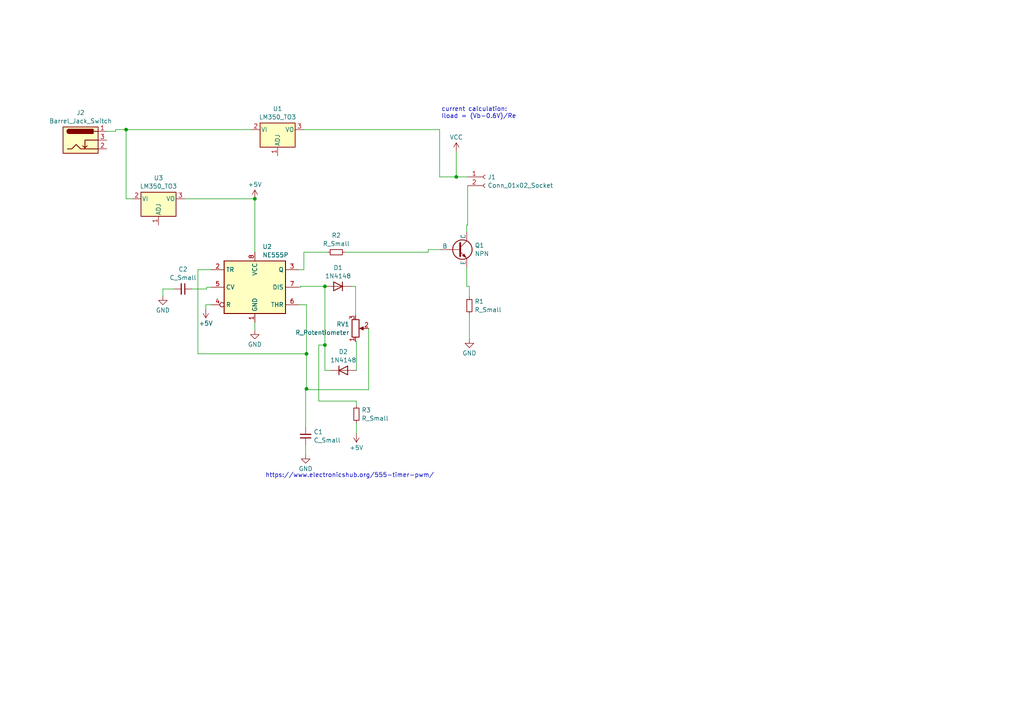
<source format=kicad_sch>
(kicad_sch (version 20230121) (generator eeschema)
  (paper "A4")
  (lib_symbols
    (symbol "Connector:Barrel_Jack_Switch" (pin_names hide)
      (property "Reference" "J" (at 0 5.334 0))
      (property "Value" "Barrel_Jack_Switch" (at 0 -5.08 0))
      (symbol "Barrel_Jack_Switch_0_1"
        (rectangle (start -5.08 3.81) (end 5.08 -3.81) (stroke (width 0.254)) (fill (type background)))
        (arc (start -3.302 3.175) (mid -3.9343 2.54) (end -3.302 1.905) (stroke (width 0.254)))
        (arc (start -3.302 3.175) (mid -3.9343 2.54) (end -3.302 1.905) (stroke (width 0.254)) (fill (type outline)))
        (polyline (pts (xy 1.27 -2.286) (xy 1.905 -1.651)) (stroke (width 0.254)))
        (polyline (pts (xy 5.08 2.54) (xy 3.81 2.54)) (stroke (width 0.254)))
        (polyline (pts (xy 5.08 0) (xy 1.27 0) (xy 1.27 -2.286) (xy 0.635 -1.651)) (stroke (width 0.254)))
        (polyline (pts (xy -3.81 -2.54) (xy -2.54 -2.54) (xy -1.27 -1.27) (xy 0 -2.54) (xy 2.54 -2.54) (xy 5.08 -2.54)) (stroke (width 0.254)))
        (rectangle (start 3.683 3.175) (end -3.302 1.905) (stroke (width 0.254)) (fill (type outline)))
      )
      (symbol "Barrel_Jack_Switch_1_1"
        (pin passive line (at 7.62 2.54 180) (length 2.54) (name "~") (number "1"))
        (pin passive line (at 7.62 -2.54 180) (length 2.54) (name "~") (number "2"))
        (pin passive line (at 7.62 0 180) (length 2.54) (name "~") (number "3"))
      )
    )
    (symbol "Connector:Conn_01x02_Socket" (pin_names (offset 1.016) hide)
      (property "Reference" "J" (at 0 2.54 0))
      (property "Value" "Conn_01x02_Socket" (at 0 -5.08 0))
      (symbol "Conn_01x02_Socket_1_1"
        (arc (start 0 -2.032) (mid -0.5058 -2.54) (end 0 -3.048) (stroke (width 0.1524)))
        (polyline (pts (xy -1.27 -2.54) (xy -0.508 -2.54)) (stroke (width 0.1524)))
        (polyline (pts (xy -1.27 0) (xy -0.508 0)) (stroke (width 0.1524)))
        (arc (start 0 0.508) (mid -0.5058 0) (end 0 -0.508) (stroke (width 0.1524)))
        (pin passive line (at -5.08 0 0) (length 3.81) (name "Pin_1") (number "1"))
        (pin passive line (at -5.08 -2.54 0) (length 3.81) (name "Pin_2") (number "2"))
      )
    )
    (symbol "Device:C_Small" (pin_numbers hide) (pin_names (offset 0.254) hide)
      (property "Reference" "C" (at 0.254 1.778 0))
      (property "Value" "C_Small" (at 0.254 -2.032 0))
      (symbol "C_Small_0_1"
        (polyline (pts (xy -1.524 -0.508) (xy 1.524 -0.508)) (stroke (width 0.3302)))
        (polyline (pts (xy -1.524 0.508) (xy 1.524 0.508)) (stroke (width 0.3048)))
      )
      (symbol "C_Small_1_1"
        (pin passive line (at 0 2.54 270) (length 2.032) (name "~") (number "1"))
        (pin passive line (at 0 -2.54 90) (length 2.032) (name "~") (number "2"))
      )
    )
    (symbol "Device:R_Potentiometer" (pin_names (offset 1.016) hide)
      (property "Reference" "RV" (at -4.445 0 90))
      (property "Value" "R_Potentiometer" (at -2.54 0 90))
      (symbol "R_Potentiometer_0_1"
        (polyline (pts (xy 2.54 0) (xy 1.524 0)))
        (polyline (pts (xy 1.143 0) (xy 2.286 0.508) (xy 2.286 -0.508) (xy 1.143 0)) (fill (type outline)))
        (rectangle (start 1.016 2.54) (end -1.016 -2.54) (stroke (width 0.254)))
      )
      (symbol "R_Potentiometer_1_1"
        (pin passive line (at 0 3.81 270) (length 1.27) (name "1") (number "1"))
        (pin passive line (at 3.81 0 180) (length 1.27) (name "2") (number "2"))
        (pin passive line (at 0 -3.81 90) (length 1.27) (name "3") (number "3"))
      )
    )
    (symbol "Device:R_Small" (pin_numbers hide) (pin_names (offset 0.254) hide)
      (property "Reference" "R" (at 0.762 0.508 0))
      (property "Value" "R_Small" (at 0.762 -1.016 0))
      (symbol "R_Small_0_1"
        (rectangle (start -0.762 1.778) (end 0.762 -1.778) (stroke (width 0.2032)))
      )
      (symbol "R_Small_1_1"
        (pin passive line (at 0 2.54 270) (length 0.762) (name "~") (number "1"))
        (pin passive line (at 0 -2.54 90) (length 0.762) (name "~") (number "2"))
      )
    )
    (symbol "Diode:1N4148" (pin_numbers hide) (pin_names hide)
      (property "Reference" "D" (at 0 2.54 0))
      (property "Value" "1N4148" (at 0 -2.54 0))
      (symbol "1N4148_0_1"
        (polyline (pts (xy -1.27 1.27) (xy -1.27 -1.27)) (stroke (width 0.254)))
        (polyline (pts (xy 1.27 0) (xy -1.27 0)))
        (polyline (pts (xy 1.27 1.27) (xy 1.27 -1.27) (xy -1.27 0) (xy 1.27 1.27)) (stroke (width 0.254)))
      )
      (symbol "1N4148_1_1"
        (pin passive line (at -3.81 0 0) (length 2.54) (name "K") (number "1"))
        (pin passive line (at 3.81 0 180) (length 2.54) (name "A") (number "2"))
      )
    )
    (symbol "Regulator_Linear:LM350_TO3" (pin_names (offset 0.254))
      (property "Reference" "U" (at -3.81 3.175 0))
      (property "Value" "LM350_TO3" (at 0 3.175 0))
      (symbol "LM350_TO3_0_1"
        (rectangle (start -5.08 1.905) (end 5.08 -5.08) (stroke (width 0.254)) (fill (type background)))
      )
      (symbol "LM350_TO3_1_1"
        (pin input line (at 0 -7.62 90) (length 2.54) (name "ADJ") (number "1"))
        (pin power_in line (at -7.62 0 0) (length 2.54) (name "VI") (number "2"))
        (pin power_out line (at 7.62 0 180) (length 2.54) (name "VO") (number "3"))
      )
    )
    (symbol "Simulation_SPICE:NPN" (pin_numbers hide) (pin_names (offset 0))
      (property "Reference" "Q" (at -2.54 7.62 0))
      (property "Value" "NPN" (at -2.54 5.08 0))
      (symbol "NPN_0_1"
        (polyline (pts (xy -2.54 0) (xy 0.635 0)) (stroke (width 0.1524)))
        (polyline (pts (xy 0.635 0.635) (xy 2.54 2.54)))
        (polyline (pts (xy 2.794 -1.27) (xy 2.794 -1.27)) (stroke (width 0.1524)))
        (polyline (pts (xy 2.794 -1.27) (xy 2.794 -1.27)) (stroke (width 0.1524)))
        (polyline (pts (xy 0.635 -0.635) (xy 2.54 -2.54) (xy 2.54 -2.54)))
        (polyline (pts (xy 0.635 1.905) (xy 0.635 -1.905) (xy 0.635 -1.905)) (stroke (width 0.508)))
        (polyline (pts (xy 1.27 -1.778) (xy 1.778 -1.27) (xy 2.286 -2.286) (xy 1.27 -1.778) (xy 1.27 -1.778)) (fill (type outline)))
        (circle (center 1.27 0) (radius 2.8194) (stroke (width 0.254)))
      )
      (symbol "NPN_1_1"
        (pin open_collector line (at 2.54 5.08 270) (length 2.54) (name "C") (number "1"))
        (pin input line (at -5.08 0 0) (length 2.54) (name "B") (number "2"))
        (pin open_emitter line (at 2.54 -5.08 90) (length 2.54) (name "E") (number "3"))
      )
    )
    (symbol "Timer:NE555P"
      (property "Reference" "U" (at -10.16 8.89 0))
      (property "Value" "NE555P" (at 2.54 8.89 0))
      (symbol "NE555P_0_0"
        (pin power_in line (at 0 -10.16 90) (length 2.54) (name "GND") (number "1"))
        (pin power_in line (at 0 10.16 270) (length 2.54) (name "VCC") (number "8"))
      )
      (symbol "NE555P_0_1"
        (rectangle (start -8.89 -7.62) (end 8.89 7.62) (stroke (width 0.254)) (fill (type background)))
        (rectangle (start -8.89 -7.62) (end 8.89 7.62) (stroke (width 0.254)) (fill (type background)))
      )
      (symbol "NE555P_1_1"
        (pin input line (at -12.7 5.08 0) (length 3.81) (name "TR") (number "2"))
        (pin output line (at 12.7 5.08 180) (length 3.81) (name "Q") (number "3"))
        (pin input inverted (at -12.7 -5.08 0) (length 3.81) (name "R") (number "4"))
        (pin input line (at -12.7 0 0) (length 3.81) (name "CV") (number "5"))
        (pin input line (at 12.7 -5.08 180) (length 3.81) (name "THR") (number "6"))
        (pin input line (at 12.7 0 180) (length 3.81) (name "DIS") (number "7"))
      )
    )
    (symbol "power:+5V" (power) (pin_names (offset 0))
      (property "Value" "+5V" (at 0 3.556 0))
      (symbol "+5V_0_1"
        (polyline (pts (xy -0.762 1.27) (xy 0 2.54)))
        (polyline (pts (xy 0 0) (xy 0 2.54)))
        (polyline (pts (xy 0 2.54) (xy 0.762 1.27)))
      )
      (symbol "+5V_1_1"
        (pin power_in line (at 0 0 90) (length 0) hide (name "+5V") (number "1"))
      )
    )
    (symbol "power:GND" (power) (pin_names (offset 0))
      (property "Value" "GND" (at 0 -3.81 0))
      (symbol "GND_0_1"
        (polyline (pts (xy 0 0) (xy 0 -1.27) (xy 1.27 -1.27) (xy 0 -2.54) (xy -1.27 -1.27) (xy 0 -1.27)))
      )
      (symbol "GND_1_1"
        (pin power_in line (at 0 0 270) (length 0) hide (name "GND") (number "1"))
      )
    )
    (symbol "power:VCC" (power) (pin_names (offset 0))
      (property "Value" "VCC" (at 0 3.81 0))
      (symbol "VCC_0_1"
        (polyline (pts (xy -0.762 1.27) (xy 0 2.54)))
        (polyline (pts (xy 0 0) (xy 0 2.54)))
        (polyline (pts (xy 0 2.54) (xy 0.762 1.27)))
      )
      (symbol "VCC_1_1"
        (pin power_in line (at 0 0 90) (length 0) hide (name "VCC") (number "1"))
      )
    )
  )
  (junction (at 36.576 37.592))
  (junction (at 73.914 57.658))
  (junction (at 132.334 51.308))
  (junction (at 88.9 102.616))
  (junction (at 94.234 83.058))
  (junction (at 94.234 100.076))
  (junction (at 88.9 112.776))
  (wire (pts (xy 94.234 100.076) (xy 94.234 107.442)))
  (wire (pts (xy 103.378 122.682) (xy 103.378 125.73)))
  (wire (pts (xy 59.69 89.662) (xy 59.69 88.392)))
  (wire (pts (xy 103.378 99.06) (xy 103.124 99.06)))
  (wire (pts (xy 88.9 113.03) (xy 88.9 112.776)))
  (wire (pts (xy 87.122 83.312) (xy 86.614 83.312)))
  (wire (pts (xy 132.334 43.942) (xy 132.334 51.308)))
  (wire (pts (xy 36.576 57.658) (xy 38.354 57.658)))
  (wire (pts (xy 106.934 95.25) (xy 106.934 113.03)))
  (wire (pts (xy 124.206 73.152) (xy 124.206 72.39)))
  (wire (pts (xy 88.9 112.776) (xy 88.9 102.616)))
  (wire (pts (xy 135.382 77.47) (xy 135.382 83.058)))
  (wire (pts (xy 136.144 91.186) (xy 136.144 98.298)))
  (wire (pts (xy 33.528 37.592) (xy 33.528 38.1)))
  (wire (pts (xy 59.944 83.82) (xy 55.626 83.82)))
  (wire (pts (xy 106.934 113.03) (xy 88.9 113.03)))
  (wire (pts (xy 94.234 100.076) (xy 92.456 100.076)))
  (wire (pts (xy 94.234 107.442) (xy 95.758 107.442)))
  (wire (pts (xy 73.914 93.472) (xy 73.914 95.758)))
  (wire (pts (xy 50.546 83.82) (xy 47.244 83.82)))
  (wire (pts (xy 88.646 123.952) (xy 88.646 112.776)))
  (wire (pts (xy 103.378 116.332) (xy 103.378 117.602)))
  (wire (pts (xy 59.69 88.392) (xy 61.214 88.392)))
  (wire (pts (xy 136.144 83.058) (xy 136.144 86.106)))
  (wire (pts (xy 88.646 112.776) (xy 88.9 112.776)))
  (wire (pts (xy 135.636 65.278) (xy 135.382 65.278)))
  (wire (pts (xy 127.508 51.308) (xy 132.334 51.308)))
  (wire (pts (xy 59.944 83.312) (xy 59.944 83.82)))
  (wire (pts (xy 53.594 57.658) (xy 73.914 57.658)))
  (wire (pts (xy 88.138 73.152) (xy 88.138 78.232)))
  (wire (pts (xy 92.456 100.076) (xy 92.456 116.332)))
  (wire (pts (xy 47.244 83.82) (xy 47.244 85.852)))
  (wire (pts (xy 61.214 83.312) (xy 59.944 83.312)))
  (wire (pts (xy 92.456 116.332) (xy 103.378 116.332)))
  (wire (pts (xy 94.234 83.058) (xy 87.122 83.058)))
  (wire (pts (xy 94.234 83.058) (xy 94.234 100.076)))
  (wire (pts (xy 101.854 83.058) (xy 103.124 83.058)))
  (wire (pts (xy 100.076 73.152) (xy 124.206 73.152)))
  (wire (pts (xy 87.122 83.058) (xy 87.122 83.312)))
  (wire (pts (xy 57.404 102.616) (xy 57.404 78.232)))
  (wire (pts (xy 72.898 37.592) (xy 36.576 37.592)))
  (wire (pts (xy 135.382 83.058) (xy 136.144 83.058)))
  (wire (pts (xy 94.996 73.152) (xy 88.138 73.152)))
  (wire (pts (xy 88.9 88.392) (xy 88.9 102.616)))
  (wire (pts (xy 88.646 129.032) (xy 88.646 131.826)))
  (wire (pts (xy 33.528 38.1) (xy 30.988 38.1)))
  (wire (pts (xy 36.576 37.592) (xy 36.576 57.658)))
  (wire (pts (xy 88.138 78.232) (xy 86.614 78.232)))
  (wire (pts (xy 86.614 88.392) (xy 88.9 88.392)))
  (wire (pts (xy 103.124 83.058) (xy 103.124 91.44)))
  (wire (pts (xy 135.636 53.848) (xy 135.636 65.278)))
  (wire (pts (xy 132.334 51.308) (xy 135.636 51.308)))
  (wire (pts (xy 88.138 37.592) (xy 127.508 37.592)))
  (wire (pts (xy 103.378 107.442) (xy 103.378 99.06)))
  (wire (pts (xy 127.508 37.592) (xy 127.508 51.308)))
  (wire (pts (xy 135.382 65.278) (xy 135.382 67.31)))
  (wire (pts (xy 124.206 72.39) (xy 127.762 72.39)))
  (wire (pts (xy 36.576 37.592) (xy 33.528 37.592)))
  (wire (pts (xy 73.914 57.658) (xy 73.914 73.152)))
  (wire (pts (xy 57.404 78.232) (xy 61.214 78.232)))
  (wire (pts (xy 88.9 102.616) (xy 57.404 102.616)))
  (text "current calculation:\nIload = (Vb-0.6V)/Re" (at 128.016 34.544 0) (effects (font (size 1.27 1.27)) (justify left bottom)))
  (text "https://www.electronicshub.org/555-timer-pwm/" (at 76.962 138.684 0) (effects (font (size 1.27 1.27)) (justify left bottom)))
  (symbol (lib_id "Simulation_SPICE:NPN") (at 132.842 72.39 0) (unit 1)
    (property "Reference" "Q1" (at 137.6934 71.1779 0) (effects (justify left)))
    (property "Value" "NPN" (at 137.6934 73.6021 0) (effects (justify left)))
    (property "Sim.Device" "NPN" (effects hide))
    (property "Sim.Type" "GUMMELPOON" (effects hide))
    (property "Sim.Pins" "1=C 2=B 3=E" (effects hide))
  )
  (symbol (lib_id "power:VCC") (at 132.334 43.942 0) (unit 1)
    (property "Reference" "#PWR02" (effects hide))
    (property "Value" "VCC" (at 132.334 39.8089 0))
  )
  (symbol (lib_id "Connector:Conn_01x02_Socket") (at 140.716 51.308 0) (unit 1)
    (property "Reference" "J1" (at 141.4272 51.3659 0) (effects (justify left)))
    (property "Value" "Conn_01x02_Socket" (at 141.4272 53.7901 0) (effects (justify left)))
  )
  (symbol (lib_id "power:+5V") (at 59.69 89.662 180) (unit 1)
    (property "Reference" "#PWR07" (effects hide))
    (property "Value" "+5V" (at 59.69 93.7951 0))
  )
  (symbol (lib_id "Diode:1N4148") (at 98.044 83.058 180) (unit 1)
    (property "Reference" "D1" (at 98.044 77.6437 0))
    (property "Value" "1N4148" (at 98.044 80.0679 0))
    (property "Footprint" "Diode_THT:D_DO-35_SOD27_P7.62mm_Horizontal" (effects hide))
    (property "Datasheet" "https://assets.nexperia.com/documents/data-sheet/1N4148_1N4448.pdf" (effects hide))
    (property "Sim.Device" "D" (effects hide))
    (property "Sim.Pins" "1=K 2=A" (effects hide))
  )
  (symbol (lib_id "Device:R_Small") (at 103.378 120.142 180) (unit 1)
    (property "Reference" "R3" (at 104.8766 118.9299 0) (effects (justify right)))
    (property "Value" "R_Small" (at 104.8766 121.3541 0) (effects (justify right)))
  )
  (symbol (lib_id "Device:R_Small") (at 97.536 73.152 90) (unit 1)
    (property "Reference" "R2" (at 97.536 68.2711 90))
    (property "Value" "R_Small" (at 97.536 70.6953 90))
  )
  (symbol (lib_id "Diode:1N4148") (at 99.568 107.442 0) (unit 1)
    (property "Reference" "D2" (at 99.568 102.0277 0))
    (property "Value" "1N4148" (at 99.568 104.4519 0))
    (property "Footprint" "Diode_THT:D_DO-35_SOD27_P7.62mm_Horizontal" (effects hide))
    (property "Datasheet" "https://assets.nexperia.com/documents/data-sheet/1N4148_1N4448.pdf" (effects hide))
    (property "Sim.Device" "D" (effects hide))
    (property "Sim.Pins" "1=K 2=A" (effects hide))
  )
  (symbol (lib_id "Device:C_Small") (at 53.086 83.82 270) (unit 1)
    (property "Reference" "C2" (at 53.0796 78.1136 90))
    (property "Value" "C_Small" (at 53.0796 80.5378 90))
  )
  (symbol (lib_id "Connector:Barrel_Jack_Switch") (at 23.368 40.64 0) (unit 1)
    (property "Reference" "J2" (at 23.368 32.6857 0))
    (property "Value" "Barrel_Jack_Switch" (at 23.368 35.1099 0))
  )
  (symbol (lib_id "power:+5V") (at 73.914 57.658 0) (unit 1)
    (property "Reference" "#PWR03" (effects hide))
    (property "Value" "+5V" (at 73.914 53.5249 0))
  )
  (symbol (lib_id "Regulator_Linear:LM350_TO3") (at 45.974 57.658 0) (unit 1)
    (property "Reference" "U3" (at 45.974 51.6087 0))
    (property "Value" "LM350_TO3" (at 45.974 54.0329 0))
    (property "Footprint" "Package_TO_SOT_THT:TO-3" (effects hide))
    (property "Datasheet" "http://www.ti.com/lit/ds/symlink/lm350a.pdf" (effects hide))
  )
  (symbol (lib_id "power:GND") (at 136.144 98.298 0) (unit 1)
    (property "Reference" "#PWR01" (effects hide))
    (property "Value" "GND" (at 136.144 102.4311 0))
  )
  (symbol (lib_id "power:GND") (at 47.244 85.852 0) (unit 1)
    (property "Reference" "#PWR08" (effects hide))
    (property "Value" "GND" (at 47.244 89.9851 0))
  )
  (symbol (lib_id "power:GND") (at 88.646 131.826 0) (unit 1)
    (property "Reference" "#PWR04" (effects hide))
    (property "Value" "GND" (at 88.646 135.9591 0))
  )
  (symbol (lib_id "power:GND") (at 73.914 95.758 0) (unit 1)
    (property "Reference" "#PWR06" (effects hide))
    (property "Value" "GND" (at 73.914 99.8911 0))
  )
  (symbol (lib_id "Timer:NE555P") (at 73.914 83.312 0) (unit 1)
    (property "Reference" "U2" (at 76.1081 71.5477 0) (effects (justify left)))
    (property "Value" "NE555P" (at 76.1081 73.9719 0) (effects (justify left)))
    (property "Footprint" "Package_DIP:DIP-8_W7.62mm" (effects hide))
    (property "Datasheet" "http://www.ti.com/lit/ds/symlink/ne555.pdf" (effects hide))
  )
  (symbol (lib_id "Regulator_Linear:LM350_TO3") (at 80.518 37.592 0) (unit 1)
    (property "Reference" "U1" (at 80.518 31.5427 0))
    (property "Value" "LM350_TO3" (at 80.518 33.9669 0))
    (property "Footprint" "Package_TO_SOT_THT:TO-3" (effects hide))
    (property "Datasheet" "http://www.ti.com/lit/ds/symlink/lm350a.pdf" (effects hide))
  )
  (symbol (lib_id "Device:R_Small") (at 136.144 88.646 0) (unit 1)
    (property "Reference" "R1" (at 137.6426 87.4339 0) (effects (justify left)))
    (property "Value" "R_Small" (at 137.6426 89.8581 0) (effects (justify left)))
  )
  (symbol (lib_id "Device:C_Small") (at 88.646 126.492 180) (unit 1)
    (property "Reference" "C1" (at 90.9701 125.2735 0) (effects (justify right)))
    (property "Value" "C_Small" (at 90.9701 127.6977 0) (effects (justify right)))
  )
  (symbol (lib_id "power:+5V") (at 103.378 125.73 180) (unit 1)
    (property "Reference" "#PWR05" (effects hide))
    (property "Value" "+5V" (at 103.378 129.8631 0))
  )
  (symbol (lib_id "Device:R_Potentiometer") (at 103.124 95.25 0) (mirror x) (unit 1)
    (property "Reference" "RV1" (at 101.346 94.0379 0) (effects (justify right)))
    (property "Value" "R_Potentiometer" (at 101.346 96.4621 0) (effects (justify right)))
  )
)
</source>
